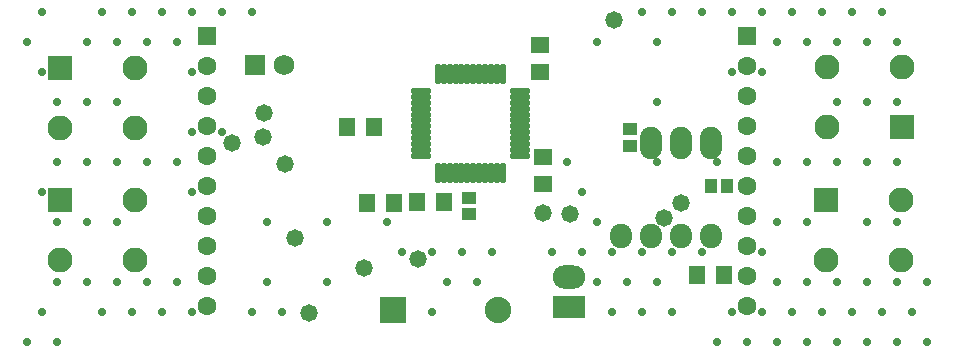
<source format=gbs>
G04*
G04 #@! TF.GenerationSoftware,Altium Limited,Altium Designer,23.2.1 (34)*
G04*
G04 Layer_Color=16711935*
%FSLAX44Y44*%
%MOMM*%
G71*
G04*
G04 #@! TF.SameCoordinates,6051E094-9B17-4579-A263-E95DDA6BD904*
G04*
G04*
G04 #@! TF.FilePolarity,Negative*
G04*
G01*
G75*
%ADD27R,1.4732X1.6002*%
%ADD30R,1.6002X1.4732*%
%ADD32R,1.1532X1.0032*%
%ADD34R,1.0032X1.1532*%
%ADD36R,1.7272X1.7272*%
%ADD37C,1.7272*%
%ADD38C,2.2352*%
%ADD39R,2.2352X2.2352*%
%ADD40R,2.1082X2.1082*%
%ADD41C,2.1082*%
%ADD42O,1.8542X2.1082*%
%ADD43O,1.8796X2.7432*%
%ADD44R,1.6002X1.6002*%
%ADD45C,1.6002*%
%ADD46O,2.7432X1.9812*%
%ADD47R,2.7432X1.9812*%
%ADD48C,0.7032*%
%ADD49C,1.4732*%
G04:AMPARAMS|DCode=69|XSize=0.4832mm|YSize=1.7632mm|CornerRadius=0.1716mm|HoleSize=0mm|Usage=FLASHONLY|Rotation=0.000|XOffset=0mm|YOffset=0mm|HoleType=Round|Shape=RoundedRectangle|*
%AMROUNDEDRECTD69*
21,1,0.4832,1.4200,0,0,0.0*
21,1,0.1400,1.7632,0,0,0.0*
1,1,0.3432,0.0700,-0.7100*
1,1,0.3432,-0.0700,-0.7100*
1,1,0.3432,-0.0700,0.7100*
1,1,0.3432,0.0700,0.7100*
%
%ADD69ROUNDEDRECTD69*%
G04:AMPARAMS|DCode=70|XSize=0.4832mm|YSize=1.7632mm|CornerRadius=0.1716mm|HoleSize=0mm|Usage=FLASHONLY|Rotation=270.000|XOffset=0mm|YOffset=0mm|HoleType=Round|Shape=RoundedRectangle|*
%AMROUNDEDRECTD70*
21,1,0.4832,1.4200,0,0,270.0*
21,1,0.1400,1.7632,0,0,270.0*
1,1,0.3432,-0.7100,-0.0700*
1,1,0.3432,-0.7100,0.0700*
1,1,0.3432,0.7100,0.0700*
1,1,0.3432,0.7100,-0.0700*
%
%ADD70ROUNDEDRECTD70*%
D27*
X592836Y423164D02*
D03*
X615696D02*
D03*
X871982Y361442D02*
D03*
X894842D02*
D03*
X658114Y423926D02*
D03*
X635254D02*
D03*
X598678Y486918D02*
D03*
X575818D02*
D03*
D30*
X739140Y533654D02*
D03*
Y556514D02*
D03*
X741426Y461518D02*
D03*
Y438658D02*
D03*
D32*
X815594Y471282D02*
D03*
Y485282D02*
D03*
X678942Y413116D02*
D03*
Y427116D02*
D03*
D34*
X897778Y437134D02*
D03*
X883778D02*
D03*
D36*
X498085Y539549D02*
D03*
D37*
X522531D02*
D03*
D38*
X704088Y332613D02*
D03*
D39*
X615188D02*
D03*
D40*
X332740Y537464D02*
D03*
Y425704D02*
D03*
X981202D02*
D03*
X1045464Y487426D02*
D03*
D41*
X396240Y486664D02*
D03*
Y537464D02*
D03*
X332740Y486664D02*
D03*
Y374904D02*
D03*
X396240Y425704D02*
D03*
Y374904D02*
D03*
X1044702D02*
D03*
Y425704D02*
D03*
X981202Y374904D02*
D03*
X1045464Y538226D02*
D03*
X981964Y487426D02*
D03*
Y538226D02*
D03*
D42*
X807974Y395224D02*
D03*
X833628D02*
D03*
X858520D02*
D03*
X884174D02*
D03*
D43*
X832866Y473456D02*
D03*
X858266D02*
D03*
X883666D02*
D03*
D44*
X457200Y563880D02*
D03*
X914400D02*
D03*
D45*
X457200Y538480D02*
D03*
Y513080D02*
D03*
Y487680D02*
D03*
Y462280D02*
D03*
Y436880D02*
D03*
Y411480D02*
D03*
Y386080D02*
D03*
Y360680D02*
D03*
Y335280D02*
D03*
X914400D02*
D03*
Y360680D02*
D03*
Y386080D02*
D03*
Y411480D02*
D03*
Y436880D02*
D03*
Y462280D02*
D03*
Y487680D02*
D03*
Y513080D02*
D03*
Y538480D02*
D03*
D46*
X764032Y360045D02*
D03*
D47*
Y334645D02*
D03*
D48*
X1066800Y355600D02*
D03*
Y304800D02*
D03*
X1041400Y558800D02*
D03*
Y508000D02*
D03*
Y457200D02*
D03*
Y406400D02*
D03*
Y355600D02*
D03*
X1054100Y330200D02*
D03*
X1041400Y304800D02*
D03*
X1028700Y584200D02*
D03*
X1016000Y558800D02*
D03*
Y508000D02*
D03*
Y457200D02*
D03*
Y406400D02*
D03*
Y355600D02*
D03*
X1028700Y330200D02*
D03*
X1016000Y304800D02*
D03*
X1003300Y584200D02*
D03*
X990600Y558800D02*
D03*
Y508000D02*
D03*
Y457200D02*
D03*
Y355600D02*
D03*
X1003300Y330200D02*
D03*
X990600Y304800D02*
D03*
X977900Y584200D02*
D03*
X965200Y558800D02*
D03*
Y457200D02*
D03*
Y406400D02*
D03*
Y355600D02*
D03*
X977900Y330200D02*
D03*
X965200Y304800D02*
D03*
X952500Y584200D02*
D03*
X939800Y558800D02*
D03*
Y457200D02*
D03*
Y406400D02*
D03*
Y355600D02*
D03*
X952500Y330200D02*
D03*
X939800Y304800D02*
D03*
X927100Y584200D02*
D03*
Y533400D02*
D03*
Y381000D02*
D03*
Y330200D02*
D03*
X914400Y304800D02*
D03*
X901700Y584200D02*
D03*
Y533400D02*
D03*
X889000Y457200D02*
D03*
X901700Y330200D02*
D03*
X889000Y304800D02*
D03*
X876300Y584200D02*
D03*
Y381000D02*
D03*
X850900Y584200D02*
D03*
X838200Y558800D02*
D03*
Y508000D02*
D03*
Y457200D02*
D03*
X850900Y381000D02*
D03*
X838200Y355600D02*
D03*
X850900Y330200D02*
D03*
X825500Y584200D02*
D03*
Y381000D02*
D03*
X812800Y355600D02*
D03*
X825500Y330200D02*
D03*
X787400Y558800D02*
D03*
Y406400D02*
D03*
X800100Y381000D02*
D03*
X787400Y355600D02*
D03*
X800100Y330200D02*
D03*
X762000Y457200D02*
D03*
X774700Y431800D02*
D03*
Y381000D02*
D03*
X749300D02*
D03*
X698500D02*
D03*
X685800Y355600D02*
D03*
X673100Y381000D02*
D03*
X660400Y355600D02*
D03*
X647700Y381000D02*
D03*
Y330200D02*
D03*
X609600Y406400D02*
D03*
X622300Y381000D02*
D03*
X558800Y406400D02*
D03*
Y355600D02*
D03*
X508000Y406400D02*
D03*
Y355600D02*
D03*
X520700Y330200D02*
D03*
X495300Y584200D02*
D03*
Y330200D02*
D03*
X469900Y584200D02*
D03*
Y482600D02*
D03*
X444500Y584200D02*
D03*
X431800Y558800D02*
D03*
X444500Y533400D02*
D03*
Y482600D02*
D03*
X431800Y457200D02*
D03*
X444500Y431800D02*
D03*
X431800Y355600D02*
D03*
X444500Y330200D02*
D03*
X419100Y584200D02*
D03*
X406400Y558800D02*
D03*
Y457200D02*
D03*
Y355600D02*
D03*
X419100Y330200D02*
D03*
X393700Y584200D02*
D03*
X381000Y558800D02*
D03*
Y508000D02*
D03*
Y457200D02*
D03*
Y406400D02*
D03*
Y355600D02*
D03*
X393700Y330200D02*
D03*
X368300Y584200D02*
D03*
X355600Y558800D02*
D03*
Y508000D02*
D03*
Y457200D02*
D03*
Y406400D02*
D03*
Y355600D02*
D03*
X368300Y330200D02*
D03*
X330200Y508000D02*
D03*
Y457200D02*
D03*
Y406400D02*
D03*
Y355600D02*
D03*
Y304800D02*
D03*
X317500Y584200D02*
D03*
X304800Y558800D02*
D03*
X317500Y533400D02*
D03*
Y431800D02*
D03*
Y330200D02*
D03*
X304800Y304800D02*
D03*
D49*
X543306Y329438D02*
D03*
X764540Y413769D02*
D03*
X635635Y375285D02*
D03*
X741934Y414274D02*
D03*
X523113Y455422D02*
D03*
X504952Y479044D02*
D03*
X590296Y367538D02*
D03*
X801928Y577579D02*
D03*
X531876Y393192D02*
D03*
X478790Y473202D02*
D03*
X505206Y499364D02*
D03*
X844296Y409956D02*
D03*
X858520Y422402D02*
D03*
D69*
X652712Y448418D02*
D03*
X657712D02*
D03*
X652712Y532018D02*
D03*
X657712D02*
D03*
X662712D02*
D03*
X667712D02*
D03*
X672712D02*
D03*
X677712D02*
D03*
X682712D02*
D03*
X687712D02*
D03*
X692712D02*
D03*
X697712D02*
D03*
X702712D02*
D03*
X707712D02*
D03*
Y448418D02*
D03*
X702712D02*
D03*
X697712D02*
D03*
X692712D02*
D03*
X687712D02*
D03*
X682712D02*
D03*
X677712D02*
D03*
X672712D02*
D03*
X667712D02*
D03*
X662712D02*
D03*
D70*
X638412Y462718D02*
D03*
Y467718D02*
D03*
Y472718D02*
D03*
Y477718D02*
D03*
Y482718D02*
D03*
Y487718D02*
D03*
Y492718D02*
D03*
Y497718D02*
D03*
Y502718D02*
D03*
Y507718D02*
D03*
Y512718D02*
D03*
Y517718D02*
D03*
X722012D02*
D03*
Y512718D02*
D03*
Y507718D02*
D03*
Y502718D02*
D03*
Y497718D02*
D03*
Y492718D02*
D03*
Y487718D02*
D03*
Y482718D02*
D03*
Y477718D02*
D03*
Y472718D02*
D03*
Y467718D02*
D03*
Y462718D02*
D03*
M02*

</source>
